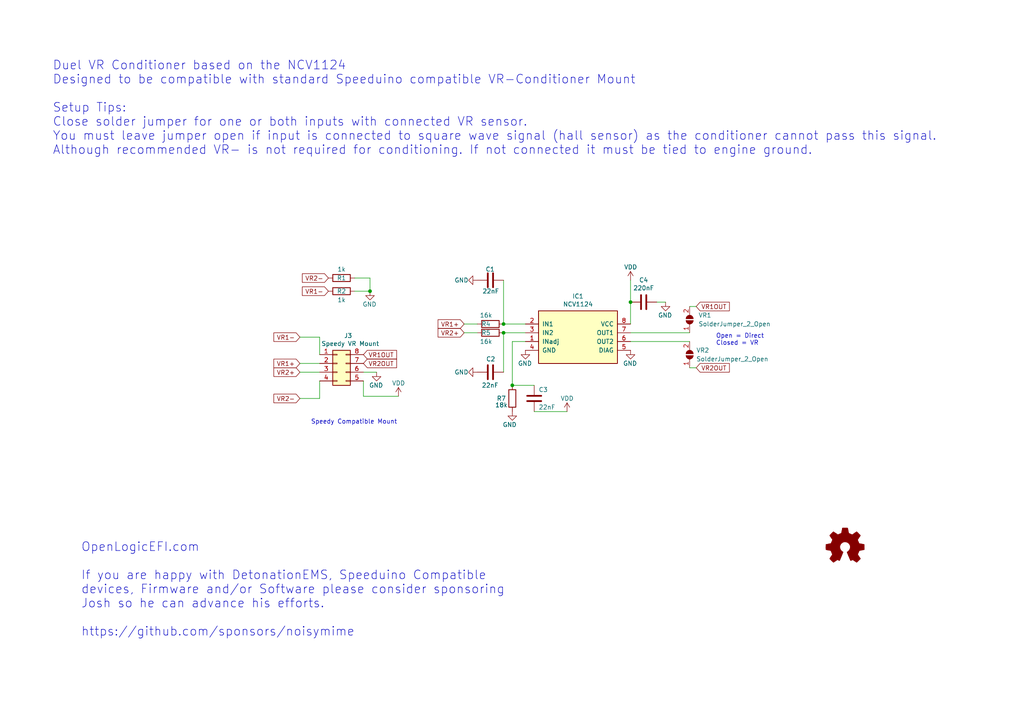
<source format=kicad_sch>
(kicad_sch (version 20231120) (generator "eeschema") (generator_version "8.0")
  (paper "A4")
  (title_block (title "Duel VRConditioner ") (date "2023-06-14") (rev "B") (company "DetonationEMS") (comment 1 "detonationems.com") (comment 2 "github.com/DetonationEMS"))
  (lib_symbols
    (symbol "Connector_Generic:Conn_02x04_Counter_Clockwise" (pin_names (offset 1.016) hide)
      (property "Reference" "J" (at 1.27 5.08 0))
      (property "Value" "Conn_02x04_Counter_Clockwise" (at 1.27 -7.62 0))
      (symbol "Conn_02x04_Counter_Clockwise_1_1"
        (rectangle (start -1.27 -4.953) (end 0 -5.207) (stroke (width 0.1524)))
        (rectangle (start -1.27 -2.413) (end 0 -2.667) (stroke (width 0.1524)))
        (rectangle (start -1.27 0.127) (end 0 -0.127) (stroke (width 0.1524)))
        (rectangle (start -1.27 2.667) (end 0 2.413) (stroke (width 0.1524)))
        (rectangle (start -1.27 3.81) (end 3.81 -6.35) (stroke (width 0.254)) (fill (type background)))
        (rectangle (start 3.81 -4.953) (end 2.54 -5.207) (stroke (width 0.1524)))
        (rectangle (start 3.81 -2.413) (end 2.54 -2.667) (stroke (width 0.1524)))
        (rectangle (start 3.81 0.127) (end 2.54 -0.127) (stroke (width 0.1524)))
        (rectangle (start 3.81 2.667) (end 2.54 2.413) (stroke (width 0.1524)))
        (pin passive line (at -5.08 2.54 0) (length 3.81) (name "Pin_1") (number "1"))
        (pin passive line (at -5.08 0 0) (length 3.81) (name "Pin_2") (number "2"))
        (pin passive line (at -5.08 -2.54 0) (length 3.81) (name "Pin_3") (number "3"))
        (pin passive line (at -5.08 -5.08 0) (length 3.81) (name "Pin_4") (number "4"))
        (pin passive line (at 7.62 -5.08 180) (length 3.81) (name "Pin_5") (number "5"))
        (pin passive line (at 7.62 -2.54 180) (length 3.81) (name "Pin_6") (number "6"))
        (pin passive line (at 7.62 0 180) (length 3.81) (name "Pin_7") (number "7"))
        (pin passive line (at 7.62 2.54 180) (length 3.81) (name "Pin_8") (number "8"))
      )
    )
    (symbol "Device:C" (pin_numbers hide) (pin_names (offset 0.254))
      (property "Reference" "C" (at 0.635 2.54 0))
      (property "Value" "C" (at 0.635 -2.54 0))
      (symbol "C_0_1"
        (polyline (pts (xy -2.032 -0.762) (xy 2.032 -0.762)) (stroke (width 0.508)))
        (polyline (pts (xy -2.032 0.762) (xy 2.032 0.762)) (stroke (width 0.508)))
      )
      (symbol "C_1_1"
        (pin passive line (at 0 3.81 270) (length 2.794) (name "~") (number "1"))
        (pin passive line (at 0 -3.81 90) (length 2.794) (name "~") (number "2"))
      )
    )
    (symbol "Device:R" (pin_numbers hide) (pin_names (offset 0))
      (property "Reference" "R" (at 2.032 0 90))
      (property "Value" "R" (at 0 0 90))
      (symbol "R_0_1"
        (rectangle (start -1.016 -2.54) (end 1.016 2.54) (stroke (width 0.254)))
      )
      (symbol "R_1_1"
        (pin passive line (at 0 3.81 270) (length 1.27) (name "~") (number "1"))
        (pin passive line (at 0 -3.81 90) (length 1.27) (name "~") (number "2"))
      )
    )
    (symbol "Graphic:Logo_Open_Hardware_Small" (pin_names (offset 1.016))
      (symbol "Logo_Open_Hardware_Small_0_1"
        (polyline (pts (xy 3.3528 -4.3434) (xy 3.302 -4.318) (xy 3.175 -4.2418) (xy 2.9972 -4.1148) (xy 2.7686 -3.9624) (xy 2.54 -3.81) (xy 2.3622 -3.7084) (xy 2.2352 -3.6068) (xy 2.1844 -3.5814) (xy 2.159 -3.6068) (xy 2.0574 -3.6576) (xy 1.905 -3.7338) (xy 1.8034 -3.7846) (xy 1.6764 -3.8354) (xy 1.6002 -3.8354) (xy 1.6002 -3.8354) (xy 1.5494 -3.7338) (xy 1.4732 -3.5306) (xy 1.3462 -3.302) (xy 1.2446 -3.0226) (xy 1.1176 -2.7178) (xy 0.9652 -2.413) (xy 0.8636 -2.1082) (xy 0.7366 -1.8288) (xy 0.6604 -1.6256) (xy 0.6096 -1.4732) (xy 0.5842 -1.397) (xy 0.5842 -1.397) (xy 0.6604 -1.3208) (xy 0.7874 -1.2446) (xy 1.0414 -1.016) (xy 1.2954 -0.6858) (xy 1.4478 -0.3302) (xy 1.524 0.0762) (xy 1.4732 0.4572) (xy 1.3208 0.8128) (xy 1.0668 1.143) (xy 0.762 1.3716) (xy 0.4064 1.524) (xy 0 1.5748) (xy -0.381 1.5494) (xy -0.7366 1.397) (xy -1.0668 1.143) (xy -1.2192 0.9906) (xy -1.397 0.6604) (xy -1.524 0.3048) (xy -1.524 0.2286) (xy -1.4986 -0.1778) (xy -1.397 -0.5334) (xy -1.1938 -0.8636) (xy -0.9144 -1.143) (xy -0.8636 -1.1684) (xy -0.7366 -1.27) (xy -0.635 -1.3462) (xy -0.5842 -1.397) (xy -1.0668 -2.5908) (xy -1.143 -2.794) (xy -1.2954 -3.1242) (xy -1.397 -3.4036) (xy -1.4986 -3.6322) (xy -1.5748 -3.7846) (xy -1.6002 -3.8354) (xy -1.6002 -3.8354) (xy -1.651 -3.8354) (xy -1.7272 -3.81) (xy -1.905 -3.7338) (xy -2.0066 -3.683) (xy -2.1336 -3.6068) (xy -2.2098 -3.5814) (xy -2.2606 -3.6068) (xy -2.3622 -3.683) (xy -2.54 -3.81) (xy -2.7686 -3.9624) (xy -2.9718 -4.0894) (xy -3.1496 -4.2164) (xy -3.302 -4.318) (xy -3.3528 -4.3434) (xy -3.3782 -4.3434) (xy -3.429 -4.318) (xy -3.5306 -4.2164) (xy -3.7084 -4.064) (xy -3.937 -3.8354) (xy -3.9624 -3.81) (xy -4.1656 -3.6068) (xy -4.318 -3.4544) (xy -4.4196 -3.3274) (xy -4.445 -3.2766) (xy -4.445 -3.2766) (xy -4.4196 -3.2258) (xy -4.318 -3.0734) (xy -4.2164 -2.8956) (xy -4.064 -2.667) (xy -3.6576 -2.0828) (xy -3.8862 -1.5494) (xy -3.937 -1.3716) (xy -4.0386 -1.1684) (xy -4.0894 -1.0414) (xy -4.1148 -0.9652) (xy -4.191 -0.9398) (xy -4.318 -0.9144) (xy -4.5466 -0.8636) (xy -4.8006 -0.8128) (xy -5.0546 -0.7874) (xy -5.2578 -0.7366) (xy -5.4356 -0.7112) (xy -5.5118 -0.6858) (xy -5.5118 -0.6858) (xy -5.5372 -0.635) (xy -5.5372 -0.5588) (xy -5.5372 -0.4318) (xy -5.5626 -0.2286) (xy -5.5626 0.0762) (xy -5.5626 0.127) (xy -5.5372 0.4064) (xy -5.5372 0.635) (xy -5.5372 0.762) (xy -5.5372 0.8382) (xy -5.5372 0.8382) (xy -5.461 0.8382) (xy -5.3086 0.889) (xy -5.08 0.9144) (xy -4.826 0.9652) (xy -4.8006 0.9906) (xy -4.5466 1.0414) (xy -4.318 1.0668) (xy -4.1656 1.1176) (xy -4.0894 1.143) (xy -4.0894 1.143) (xy -4.0386 1.2446) (xy -3.9624 1.4224) (xy -3.8608 1.6256) (xy -3.7846 1.8288) (xy -3.7084 2.0066) (xy -3.6576 2.159) (xy -3.6322 2.2098) (xy -3.6322 2.2098) (xy -3.683 2.286) (xy -3.7592 2.413) (xy -3.8862 2.5908) (xy -4.064 2.8194) (xy -4.064 2.8448) (xy -4.2164 3.0734) (xy -4.3434 3.2512) (xy -4.4196 3.3782) (xy -4.445 3.4544) (xy -4.445 3.4544) (xy -4.3942 3.5052) (xy -4.2926 3.6322) (xy -4.1148 3.81) (xy -3.937 4.0132) (xy -3.8608 4.064) (xy -3.6576 4.2926) (xy -3.5052 4.4196) (xy -3.4036 4.4958) (xy -3.3528 4.5212) (xy -3.3528 4.5212) (xy -3.302 4.4704) (xy -3.1496 4.3688) (xy -2.9718 4.2418) (xy -2.7432 4.0894) (xy -2.7178 4.0894) (xy -2.4892 3.937) (xy -2.3114 3.81) (xy -2.1844 3.7084) (xy -2.1336 3.683) (xy -2.1082 3.683) (xy -2.032 3.7084) (xy -1.8542 3.7592) (xy -1.6764 3.8354) (xy -1.4732 3.937) (xy -1.27 4.0132) (xy -1.143 4.064) (xy -1.0668 4.1148) (xy -1.0668 4.1148) (xy -1.0414 4.191) (xy -1.016 4.3434) (xy -0.9652 4.572) (xy -0.9144 4.8514) (xy -0.889 4.9022) (xy -0.8382 5.1562) (xy -0.8128 5.3848) (xy -0.7874 5.5372) (xy -0.762 5.588) (xy -0.7112 5.6134) (xy -0.5842 5.6134) (xy -0.4064 5.6134) (xy -0.1524 5.6134) (xy 0.0762 5.6134) (xy 0.3302 5.6134) (xy 0.5334 5.6134) (xy 0.6858 5.588) (xy 0.7366 5.588) (xy 0.7366 5.588) (xy 0.762 5.5118) (xy 0.8128 5.334) (xy 0.8382 5.1054) (xy 0.9144 4.826) (xy 0.9144 4.7752) (xy 0.9652 4.5212) (xy 1.016 4.2926) (xy 1.0414 4.1402) (xy 1.0668 4.0894) (xy 1.0668 4.0894) (xy 1.1938 4.0386) (xy 1.3716 3.9624) (xy 1.5748 3.8608) (xy 2.0828 3.6576) (xy 2.7178 4.0894) (xy 2.7686 4.1402) (xy 2.9972 4.2926) (xy 3.175 4.4196) (xy 3.302 4.4958) (xy 3.3782 4.5212) (xy 3.3782 4.5212) (xy 3.429 4.4704) (xy 3.556 4.3434) (xy 3.7338 4.191) (xy 3.9116 3.9878) (xy 4.064 3.8354) (xy 4.2418 3.6576) (xy 4.3434 3.556) (xy 4.4196 3.4798) (xy 4.4196 3.429) (xy 4.4196 3.4036) (xy 4.3942 3.3274) (xy 4.2926 3.2004) (xy 4.1656 2.9972) (xy 4.0132 2.794) (xy 3.8862 2.5908) (xy 3.7592 2.3876) (xy 3.6576 2.2352) (xy 3.6322 2.159) (xy 3.6322 2.1336) (xy 3.683 2.0066) (xy 3.7592 1.8288) (xy 3.8608 1.6002) (xy 4.064 1.1176) (xy 4.3942 1.0414) (xy 4.5974 1.016) (xy 4.8768 0.9652) (xy 5.1308 0.9144) (xy 5.5372 0.8382) (xy 5.5626 -0.6604) (xy 5.4864 -0.6858) (xy 5.4356 -0.6858) (xy 5.2832 -0.7366) (xy 5.0546 -0.762) (xy 4.8006 -0.8128) (xy 4.5974 -0.8636) (xy 4.3688 -0.9144) (xy 4.2164 -0.9398) (xy 4.1402 -0.9398) (xy 4.1148 -0.9652) (xy 4.064 -1.0668) (xy 3.9878 -1.2446) (xy 3.9116 -1.4478) (xy 3.81 -1.651) (xy 3.7338 -1.8542) (xy 3.683 -2.0066) (xy 3.6576 -2.0828) (xy 3.683 -2.1336) (xy 3.7846 -2.2606) (xy 3.8862 -2.4638) (xy 4.0386 -2.667) (xy 4.191 -2.8956) (xy 4.318 -3.0734) (xy 4.3942 -3.2004) (xy 4.445 -3.2766) (xy 4.4196 -3.3274) (xy 4.3434 -3.429) (xy 4.1656 -3.5814) (xy 3.937 -3.8354) (xy 3.8862 -3.8608) (xy 3.683 -4.064) (xy 3.5306 -4.2164) (xy 3.4036 -4.318) (xy 3.3528 -4.3434)) (fill (type outline)))
      )
    )
    (symbol "Jumper:SolderJumper_2_Open" (pin_names (offset 0) hide)
      (property "Reference" "JP" (at 0 2.032 0))
      (property "Value" "SolderJumper_2_Open" (at 0 -2.54 0))
      (symbol "SolderJumper_2_Open_0_1"
        (arc (start -0.254 1.016) (mid -1.2656 0) (end -0.254 -1.016))
        (arc (start -0.254 1.016) (mid -1.2656 0) (end -0.254 -1.016) (fill (type outline)))
        (polyline (pts (xy -0.254 1.016) (xy -0.254 -1.016)))
        (polyline (pts (xy 0.254 1.016) (xy 0.254 -1.016)))
        (arc (start 0.254 -1.016) (mid 1.2656 0) (end 0.254 1.016))
        (arc (start 0.254 -1.016) (mid 1.2656 0) (end 0.254 1.016) (fill (type outline)))
      )
      (symbol "SolderJumper_2_Open_1_1"
        (pin passive line (at -3.81 0 0) (length 2.54) (name "A") (number "1"))
        (pin passive line (at 3.81 0 180) (length 2.54) (name "B") (number "2"))
      )
    )
    (symbol "ncv1124:NCV1124" (pin_names (offset 1.016))
      (property "Reference" "D" (at 1.27 1.27 0))
      (property "Value" "NCV1124" (at 19.05 1.27 0))
      (symbol "NCV1124_1_1"
        (rectangle (start 0 0) (end 22.86 -15.24) (stroke (width 0.254)) (fill (type background)))
        (pin input line (at -3.81 -8.89 0) (length 3.81) (name "INadj") (number "1"))
        (pin input line (at -3.81 -3.81 0) (length 3.81) (name "IN1") (number "2"))
        (pin input line (at -3.81 -6.35 0) (length 3.81) (name "IN2") (number "3"))
        (pin power_in line (at -3.81 -11.43 0) (length 3.81) (name "GND") (number "4"))
        (pin input line (at 26.67 -11.43 180) (length 3.81) (name "DIAG") (number "5"))
        (pin output line (at 26.67 -8.89 180) (length 3.81) (name "OUT2") (number "6"))
        (pin output line (at 26.67 -6.35 180) (length 3.81) (name "OUT1") (number "7"))
        (pin power_in line (at 26.67 -3.81 180) (length 3.81) (name "VCC") (number "8"))
      )
    )
    (symbol "power:GND" (power) (pin_names (offset 0))
      (property "Value" "GND" (at 0 -3.81 0))
      (symbol "GND_0_1"
        (polyline (pts (xy 0 0) (xy 0 -1.27) (xy 1.27 -1.27) (xy 0 -2.54) (xy -1.27 -1.27) (xy 0 -1.27)))
      )
      (symbol "GND_1_1"
        (pin power_in line (at 0 0 270) (length 0) hide (name "GND") (number "1"))
      )
    )
    (symbol "power:VDD" (power) (pin_names (offset 0))
      (property "Value" "VDD" (at 0 3.81 0))
      (symbol "VDD_0_1"
        (polyline (pts (xy -0.762 1.27) (xy 0 2.54)))
        (polyline (pts (xy 0 0) (xy 0 2.54)))
        (polyline (pts (xy 0 2.54) (xy 0.762 1.27)))
      )
      (symbol "VDD_1_1"
        (pin power_in line (at 0 0 90) (length 0) hide (name "VDD") (number "1"))
      )
    )
  )
  (junction (at 107.315 84.455))
  (junction (at 182.88 87.63))
  (junction (at 148.59 111.76))
  (junction (at 146.05 93.98))
  (junction (at 146.05 96.52))
  (wire (pts (xy 102.87 80.645) (xy 107.315 80.645)))
  (wire (pts (xy 182.88 87.63) (xy 182.88 81.28)))
  (wire (pts (xy 164.465 119.38) (xy 154.94 119.38)))
  (wire (pts (xy 86.995 105.41) (xy 92.71 105.41)))
  (wire (pts (xy 107.315 80.645) (xy 107.315 84.455)))
  (wire (pts (xy 182.88 99.06) (xy 200.025 99.06)))
  (wire (pts (xy 107.315 84.455) (xy 102.87 84.455)))
  (wire (pts (xy 105.41 114.935) (xy 105.41 110.49)))
  (wire (pts (xy 148.59 99.06) (xy 152.4 99.06)))
  (wire (pts (xy 146.05 96.52) (xy 146.05 107.95)))
  (wire (pts (xy 86.995 97.79) (xy 92.71 97.79)))
  (wire (pts (xy 182.88 87.63) (xy 182.88 93.98)))
  (wire (pts (xy 201.93 106.68) (xy 200.025 106.68)))
  (wire (pts (xy 134.62 96.52) (xy 138.43 96.52)))
  (wire (pts (xy 86.995 107.95) (xy 92.71 107.95)))
  (wire (pts (xy 148.59 99.06) (xy 148.59 111.76)))
  (wire (pts (xy 109.22 107.95) (xy 105.41 107.95)))
  (wire (pts (xy 86.995 115.57) (xy 92.71 115.57)))
  (wire (pts (xy 146.05 96.52) (xy 152.4 96.52)))
  (wire (pts (xy 146.05 93.98) (xy 152.4 93.98)))
  (wire (pts (xy 154.94 111.76) (xy 148.59 111.76)))
  (wire (pts (xy 92.71 102.87) (xy 92.71 97.79)))
  (wire (pts (xy 182.88 96.52) (xy 200.025 96.52)))
  (wire (pts (xy 200.025 88.9) (xy 201.93 88.9)))
  (wire (pts (xy 134.62 93.98) (xy 138.43 93.98)))
  (wire (pts (xy 193.04 87.63) (xy 190.5 87.63)))
  (wire (pts (xy 146.05 81.28) (xy 146.05 93.98)))
  (wire (pts (xy 92.71 110.49) (xy 92.71 115.57)))
  (wire (pts (xy 105.41 114.935) (xy 115.57 114.935)))
  (text "Duel VR Conditioner based on the NCV1124\nDesigned to be compatible with standard Speeduino compatible VR-Conditioner Mount\n\nSetup Tips:\nClose solder jumper for one or both inputs with connected VR sensor.\nYou must leave jumper open if input is connected to square wave signal (hall sensor) as the conditioner cannot pass this signal.\nAlthough recommended VR- is not required for conditioning. If not connected it must be tied to engine ground." (at 15.24 45.085 0) (effects (font (size 2.54 2.54)) (justify left bottom)))
  (text "Open = Direct\nClosed = VR " (at 207.645 100.33 0) (effects (font (size 1.27 1.27)) (justify left bottom)))
  (text "OpenLogicEFI.com\n\nIf you are happy with DetonationEMS, Speeduino Compatible\ndevices, Firmware and/or Software please consider sponsoring\nJosh so he can advance his efforts.\n\nhttps://github.com/sponsors/noisymime" (at 23.495 184.785 0) (effects (font (size 2.54 2.54)) (justify left bottom)))
  (text "Speedy Compatible Mount" (at 90.17 123.19 0) (effects (font (size 1.27 1.27)) (justify left bottom)))
  (global_label "VR1-" (shape input) (at 86.995 97.79 180) (property "Intersheetrefs" "${INTERSHEET_REFS}" (effects (hide yes))))
  (global_label "VR1OUT" (shape input) (at 105.41 102.87 0) (property "Intersheetrefs" "${INTERSHEET_REFS}" (effects (hide yes))))
  (global_label "VR2-" (shape input) (at 95.25 80.645 180) (property "Intersheetrefs" "${INTERSHEET_REFS}" (effects (hide yes))))
  (global_label "VR2+" (shape input) (at 134.62 96.52 180) (property "Intersheetrefs" "${INTERSHEET_REFS}" (effects (hide yes))))
  (global_label "VR1-" (shape input) (at 95.25 84.455 180) (property "Intersheetrefs" "${INTERSHEET_REFS}" (effects (hide yes))))
  (global_label "VR1OUT" (shape input) (at 201.93 88.9 0) (property "Intersheetrefs" "${INTERSHEET_REFS}" (effects (hide yes))))
  (global_label "VR1+" (shape input) (at 134.62 93.98 180) (property "Intersheetrefs" "${INTERSHEET_REFS}" (effects (hide yes))))
  (global_label "VR1+" (shape input) (at 86.995 105.41 180) (property "Intersheetrefs" "${INTERSHEET_REFS}" (effects (hide yes))))
  (global_label "VR2+" (shape input) (at 86.995 107.95 180) (property "Intersheetrefs" "${INTERSHEET_REFS}" (effects (hide yes))))
  (global_label "VR2-" (shape input) (at 86.995 115.57 180) (property "Intersheetrefs" "${INTERSHEET_REFS}" (effects (hide yes))))
  (global_label "VR2OUT" (shape input) (at 201.93 106.68 0) (property "Intersheetrefs" "${INTERSHEET_REFS}" (effects (hide yes))))
  (global_label "VR2OUT" (shape input) (at 105.41 105.41 0) (property "Intersheetrefs" "${INTERSHEET_REFS}" (effects (hide yes))))
  (symbol (lib_id "Connector_Generic:Conn_02x04_Counter_Clockwise") (at 97.79 105.41 0) (unit 1) (in_bom no)
    (property "Reference" "J3" (at 100.965 97.3582 0))
    (property "Value" "Speedy VR Mount" (at 101.6 99.6696 0))
    (property "Footprint" "Misc:DIP-8_W7.62mm_Socket_VRConditioner" (effects (hide yes)))
  )
  (symbol (lib_id "power:GND") (at 109.22 107.95 0) (unit 1)
    (property "Reference" "#PWR03" (effects (hide yes)))
    (property "Value" "GND" (at 111.125 111.76 0) (effects (justify right)))
  )
  (symbol (lib_id "power:VDD") (at 115.57 114.935 0) (unit 1)
    (property "Reference" "#PWR04" (effects (hide yes)))
    (property "Value" "VDD" (at 113.665 111.125 0) (effects (justify left)))
  )
  (symbol (lib_id "ncv1124:NCV1124") (at 156.21 90.17 0) (unit 1)
    (property "Reference" "IC1" (at 167.64 85.9282 0))
    (property "Value" "NCV1124" (at 167.64 88.2396 0))
    (property "Footprint" "Package_SO:SO-8_3.9x4.9mm_P1.27mm" (effects (hide yes)))
  )
  (symbol (lib_id "Device:R") (at 142.24 93.98 270) (unit 1)
    (property "Reference" "R4" (at 140.97 93.98 90))
    (property "Value" "16k" (at 140.97 91.44 90))
    (property "Footprint" "Resistor_SMD:R_1210_3225Metric" (effects (hide yes)))
    (property "LCSC" "C230406" (effects (hide yes)))
  )
  (symbol (lib_id "Device:R") (at 142.24 96.52 270) (unit 1)
    (property "Reference" "R5" (at 140.97 96.52 90))
    (property "Value" "16k" (at 140.97 99.06 90))
    (property "Footprint" "Resistor_SMD:R_1210_3225Metric" (effects (hide yes)))
    (property "LCSC" "C230406" (effects (hide yes)))
  )
  (symbol (lib_id "Device:C") (at 142.24 81.28 90) (unit 1)
    (property "Reference" "C1" (at 143.51 78.105 90) (effects (justify left)))
    (property "Value" "22nF" (at 144.78 84.455 90) (effects (justify left)))
    (property "Footprint" "Capacitor_SMD:C_0603_1608Metric" (effects (hide yes)))
    (property "LCSC" "C21122" (effects (hide yes)))
  )
  (symbol (lib_id "power:GND") (at 138.43 81.28 270) (unit 1)
    (property "Reference" "#PWR05" (effects (hide yes)))
    (property "Value" "GND" (at 135.89 81.28 90) (effects (justify right)))
  )
  (symbol (lib_id "power:GND") (at 138.43 107.95 270) (unit 1)
    (property "Reference" "#PWR06" (effects (hide yes)))
    (property "Value" "GND" (at 135.89 107.95 90) (effects (justify right)))
  )
  (symbol (lib_id "Device:C") (at 142.24 107.95 270) (unit 1)
    (property "Reference" "C2" (at 140.97 104.14 90) (effects (justify left)))
    (property "Value" "22nF" (at 139.7 111.76 90) (effects (justify left)))
    (property "Footprint" "Capacitor_SMD:C_0603_1608Metric" (effects (hide yes)))
    (property "LCSC" "C21122" (effects (hide yes)))
  )
  (symbol (lib_id "power:GND") (at 152.4 101.6 0) (unit 1)
    (property "Reference" "#PWR08" (effects (hide yes)))
    (property "Value" "GND" (at 154.305 105.41 0) (effects (justify right)))
  )
  (symbol (lib_id "Device:R") (at 148.59 115.57 180) (unit 1)
    (property "Reference" "R7" (at 145.415 115.57 0))
    (property "Value" "18k" (at 145.415 117.475 0))
    (property "Footprint" "Resistor_SMD:R_0603_1608Metric" (effects (hide yes)))
    (property "LCSC" "C25810" (effects (hide yes)))
  )
  (symbol (lib_id "power:GND") (at 148.59 119.38 0) (unit 1)
    (property "Reference" "#PWR07" (effects (hide yes)))
    (property "Value" "GND" (at 149.86 123.19 0) (effects (justify right)))
  )
  (symbol (lib_id "Device:C") (at 154.94 115.57 0) (unit 1)
    (property "Reference" "C3" (at 156.21 113.03 0) (effects (justify left)))
    (property "Value" "22nF" (at 156.21 118.11 0) (effects (justify left)))
    (property "Footprint" "Capacitor_SMD:C_0603_1608Metric" (effects (hide yes)))
    (property "LCSC" "C21122" (effects (hide yes)))
  )
  (symbol (lib_id "power:VDD") (at 164.465 119.38 0) (unit 1)
    (property "Reference" "#PWR09" (effects (hide yes)))
    (property "Value" "VDD" (at 162.56 115.57 0) (effects (justify left)))
  )
  (symbol (lib_id "power:VDD") (at 182.88 81.28 0) (unit 1)
    (property "Reference" "#PWR010" (effects (hide yes)))
    (property "Value" "VDD" (at 180.975 77.47 0) (effects (justify left)))
  )
  (symbol (lib_id "Device:C") (at 186.69 87.63 90) (unit 1)
    (property "Reference" "C4" (at 186.69 81.2292 90))
    (property "Value" "220nF" (at 186.69 83.5406 90))
    (property "Footprint" "Capacitor_SMD:C_0603_1608Metric" (effects (hide yes)))
    (property "LCSC" "C21120" (effects (hide yes)))
  )
  (symbol (lib_id "power:GND") (at 193.04 87.63 0) (unit 1)
    (property "Reference" "#PWR012" (effects (hide yes)))
    (property "Value" "GND" (at 194.945 91.44 0) (effects (justify right)))
  )
  (symbol (lib_id "Device:R") (at 99.06 84.455 90) (unit 1)
    (property "Reference" "R2" (at 99.06 84.455 90))
    (property "Value" "1k" (at 99.06 86.995 90))
    (property "Footprint" "Resistor_SMD:R_1206_3216Metric" (effects (hide yes)))
    (property "LCSC" "C4410" (effects (hide yes)))
  )
  (symbol (lib_id "power:GND") (at 182.88 101.6 0) (unit 1)
    (property "Reference" "#PWR011" (effects (hide yes)))
    (property "Value" "GND" (at 184.785 105.41 0) (effects (justify right)))
  )
  (symbol (lib_id "Device:R") (at 99.06 80.645 90) (unit 1)
    (property "Reference" "R1" (at 99.06 80.645 90))
    (property "Value" "1k" (at 99.06 78.105 90))
    (property "Footprint" "Resistor_SMD:R_1206_3216Metric" (effects (hide yes)))
    (property "LCSC" "C4410" (effects (hide yes)))
  )
  (symbol (lib_id "power:GND") (at 107.315 84.455 0) (unit 1)
    (property "Reference" "#PWR02" (effects (hide yes)))
    (property "Value" "GND" (at 109.22 88.265 0) (effects (justify right)))
  )
  (symbol (lib_id "Graphic:Logo_Open_Hardware_Small") (at 245.11 158.75 0) (unit 1) (in_bom no)
    (property "Reference" "G1" (effects (hide yes)))
    (property "Value" "Logo_Open_Hardware_Small" (effects (hide yes)))
    (property "Footprint" "Detonation:SpeeduinoCompatible-14mm" (effects (hide yes)))
  )
  (symbol (lib_id "Jumper:SolderJumper_2_Open") (at 200.025 102.87 90) (unit 1) (in_bom no)
    (property "Reference" "VR2" (at 201.93 101.5999 90) (effects (justify right)))
    (property "Value" "SolderJumper_2_Open" (at 201.93 104.1399 90) (effects (justify right)))
    (property "Footprint" "Jumper:SolderJumper-2_P1.3mm_Open_RoundedPad1.0x1.5mm" (effects (hide yes)))
  )
  (symbol (lib_id "Jumper:SolderJumper_2_Open") (at 200.025 92.71 90) (unit 1) (in_bom no)
    (property "Reference" "VR1" (at 202.565 91.4399 90) (effects (justify right)))
    (property "Value" "SolderJumper_2_Open" (at 202.565 93.9799 90) (effects (justify right)))
    (property "Footprint" "Jumper:SolderJumper-2_P1.3mm_Open_RoundedPad1.0x1.5mm" (effects (hide yes)))
  )
)
</source>
